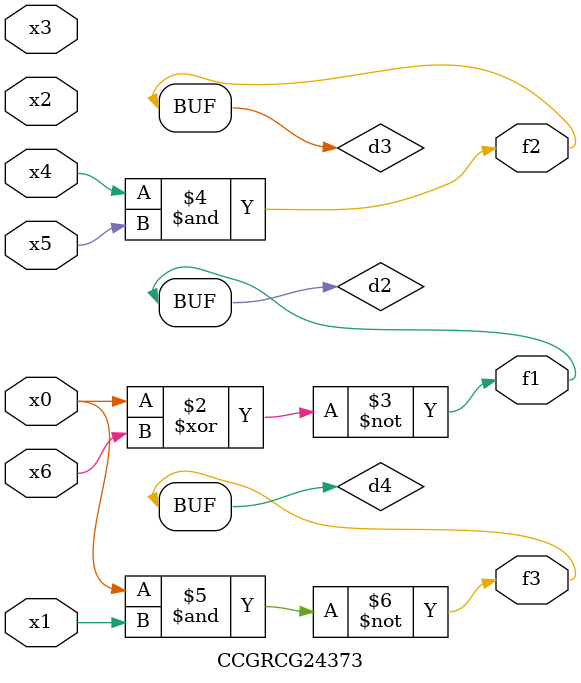
<source format=v>
module CCGRCG24373(
	input x0, x1, x2, x3, x4, x5, x6,
	output f1, f2, f3
);

	wire d1, d2, d3, d4;

	nor (d1, x0);
	xnor (d2, x0, x6);
	and (d3, x4, x5);
	nand (d4, x0, x1);
	assign f1 = d2;
	assign f2 = d3;
	assign f3 = d4;
endmodule

</source>
